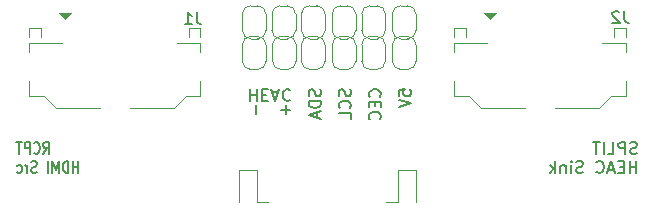
<source format=gbr>
%TF.GenerationSoftware,KiCad,Pcbnew,(6.0.5-0)*%
%TF.CreationDate,2022-10-30T13:02:09-07:00*%
%TF.ProjectId,hdmi-trident,68646d69-2d74-4726-9964-656e742e6b69,rev?*%
%TF.SameCoordinates,PX754d4c0PY6590fa0*%
%TF.FileFunction,Legend,Bot*%
%TF.FilePolarity,Positive*%
%FSLAX46Y46*%
G04 Gerber Fmt 4.6, Leading zero omitted, Abs format (unit mm)*
G04 Created by KiCad (PCBNEW (6.0.5-0)) date 2022-10-30 13:02:09*
%MOMM*%
%LPD*%
G01*
G04 APERTURE LIST*
%ADD10C,0.150000*%
%ADD11C,0.120000*%
%ADD12C,0.100000*%
G04 APERTURE END LIST*
D10*
X33052380Y9288215D02*
X33052380Y9764405D01*
X33528571Y9812024D01*
X33480952Y9764405D01*
X33433333Y9669167D01*
X33433333Y9431072D01*
X33480952Y9335834D01*
X33528571Y9288215D01*
X33623809Y9240596D01*
X33861904Y9240596D01*
X33957142Y9288215D01*
X34004761Y9335834D01*
X34052380Y9431072D01*
X34052380Y9669167D01*
X34004761Y9764405D01*
X33957142Y9812024D01*
X33052380Y8954881D02*
X34052380Y8621548D01*
X33052380Y8288215D01*
X28924761Y9812024D02*
X28972380Y9669167D01*
X28972380Y9431072D01*
X28924761Y9335834D01*
X28877142Y9288215D01*
X28781904Y9240596D01*
X28686666Y9240596D01*
X28591428Y9288215D01*
X28543809Y9335834D01*
X28496190Y9431072D01*
X28448571Y9621548D01*
X28400952Y9716786D01*
X28353333Y9764405D01*
X28258095Y9812024D01*
X28162857Y9812024D01*
X28067619Y9764405D01*
X28020000Y9716786D01*
X27972380Y9621548D01*
X27972380Y9383453D01*
X28020000Y9240596D01*
X28877142Y8240596D02*
X28924761Y8288215D01*
X28972380Y8431072D01*
X28972380Y8526310D01*
X28924761Y8669167D01*
X28829523Y8764405D01*
X28734285Y8812024D01*
X28543809Y8859643D01*
X28400952Y8859643D01*
X28210476Y8812024D01*
X28115238Y8764405D01*
X28020000Y8669167D01*
X27972380Y8526310D01*
X27972380Y8431072D01*
X28020000Y8288215D01*
X28067619Y8240596D01*
X28972380Y7335834D02*
X28972380Y7812024D01*
X27972380Y7812024D01*
X26384761Y9812024D02*
X26432380Y9669167D01*
X26432380Y9431072D01*
X26384761Y9335834D01*
X26337142Y9288215D01*
X26241904Y9240596D01*
X26146666Y9240596D01*
X26051428Y9288215D01*
X26003809Y9335834D01*
X25956190Y9431072D01*
X25908571Y9621548D01*
X25860952Y9716786D01*
X25813333Y9764405D01*
X25718095Y9812024D01*
X25622857Y9812024D01*
X25527619Y9764405D01*
X25480000Y9716786D01*
X25432380Y9621548D01*
X25432380Y9383453D01*
X25480000Y9240596D01*
X26432380Y8812024D02*
X25432380Y8812024D01*
X25432380Y8573929D01*
X25480000Y8431072D01*
X25575238Y8335834D01*
X25670476Y8288215D01*
X25860952Y8240596D01*
X26003809Y8240596D01*
X26194285Y8288215D01*
X26289523Y8335834D01*
X26384761Y8431072D01*
X26432380Y8573929D01*
X26432380Y8812024D01*
X26146666Y7859643D02*
X26146666Y7383453D01*
X26432380Y7954881D02*
X25432380Y7621548D01*
X26432380Y7288215D01*
X20445595Y9847381D02*
X20445595Y8847381D01*
X20445595Y9323572D02*
X21017023Y9323572D01*
X21017023Y9847381D02*
X21017023Y8847381D01*
X21493214Y9323572D02*
X21826547Y9323572D01*
X21969404Y9847381D02*
X21493214Y9847381D01*
X21493214Y8847381D01*
X21969404Y8847381D01*
X22350357Y9561667D02*
X22826547Y9561667D01*
X22255119Y9847381D02*
X22588452Y8847381D01*
X22921785Y9847381D01*
X23826547Y9752143D02*
X23778928Y9799762D01*
X23636071Y9847381D01*
X23540833Y9847381D01*
X23397976Y9799762D01*
X23302738Y9704524D01*
X23255119Y9609286D01*
X23207500Y9418810D01*
X23207500Y9275953D01*
X23255119Y9085477D01*
X23302738Y8990239D01*
X23397976Y8895000D01*
X23540833Y8847381D01*
X23636071Y8847381D01*
X23778928Y8895000D01*
X23826547Y8942620D01*
X20931428Y8464405D02*
X20931428Y7702500D01*
X23471428Y8464405D02*
X23471428Y7702500D01*
X23852380Y8083453D02*
X23090476Y8083453D01*
X31417142Y9192977D02*
X31464761Y9240596D01*
X31512380Y9383453D01*
X31512380Y9478691D01*
X31464761Y9621548D01*
X31369523Y9716786D01*
X31274285Y9764405D01*
X31083809Y9812024D01*
X30940952Y9812024D01*
X30750476Y9764405D01*
X30655238Y9716786D01*
X30560000Y9621548D01*
X30512380Y9478691D01*
X30512380Y9383453D01*
X30560000Y9240596D01*
X30607619Y9192977D01*
X30988571Y8764405D02*
X30988571Y8431072D01*
X31512380Y8288215D02*
X31512380Y8764405D01*
X30512380Y8764405D01*
X30512380Y8288215D01*
X31417142Y7288215D02*
X31464761Y7335834D01*
X31512380Y7478691D01*
X31512380Y7573929D01*
X31464761Y7716786D01*
X31369523Y7812024D01*
X31274285Y7859643D01*
X31083809Y7907262D01*
X30940952Y7907262D01*
X30750476Y7859643D01*
X30655238Y7812024D01*
X30560000Y7716786D01*
X30512380Y7573929D01*
X30512380Y7478691D01*
X30560000Y7335834D01*
X30607619Y7288215D01*
X53212023Y4400239D02*
X53069166Y4352620D01*
X52831071Y4352620D01*
X52735833Y4400239D01*
X52688214Y4447858D01*
X52640595Y4543096D01*
X52640595Y4638334D01*
X52688214Y4733572D01*
X52735833Y4781191D01*
X52831071Y4828810D01*
X53021547Y4876429D01*
X53116785Y4924048D01*
X53164404Y4971667D01*
X53212023Y5066905D01*
X53212023Y5162143D01*
X53164404Y5257381D01*
X53116785Y5305000D01*
X53021547Y5352620D01*
X52783452Y5352620D01*
X52640595Y5305000D01*
X52212023Y4352620D02*
X52212023Y5352620D01*
X51831071Y5352620D01*
X51735833Y5305000D01*
X51688214Y5257381D01*
X51640595Y5162143D01*
X51640595Y5019286D01*
X51688214Y4924048D01*
X51735833Y4876429D01*
X51831071Y4828810D01*
X52212023Y4828810D01*
X50735833Y4352620D02*
X51212023Y4352620D01*
X51212023Y5352620D01*
X50402500Y4352620D02*
X50402500Y5352620D01*
X50069166Y5352620D02*
X49497738Y5352620D01*
X49783452Y4352620D02*
X49783452Y5352620D01*
X53164404Y2742620D02*
X53164404Y3742620D01*
X53164404Y3266429D02*
X52592976Y3266429D01*
X52592976Y2742620D02*
X52592976Y3742620D01*
X52116785Y3266429D02*
X51783452Y3266429D01*
X51640595Y2742620D02*
X52116785Y2742620D01*
X52116785Y3742620D01*
X51640595Y3742620D01*
X51259642Y3028334D02*
X50783452Y3028334D01*
X51354880Y2742620D02*
X51021547Y3742620D01*
X50688214Y2742620D01*
X49783452Y2837858D02*
X49831071Y2790239D01*
X49973928Y2742620D01*
X50069166Y2742620D01*
X50212023Y2790239D01*
X50307261Y2885477D01*
X50354880Y2980715D01*
X50402500Y3171191D01*
X50402500Y3314048D01*
X50354880Y3504524D01*
X50307261Y3599762D01*
X50212023Y3695000D01*
X50069166Y3742620D01*
X49973928Y3742620D01*
X49831071Y3695000D01*
X49783452Y3647381D01*
X48640595Y2790239D02*
X48497738Y2742620D01*
X48259642Y2742620D01*
X48164404Y2790239D01*
X48116785Y2837858D01*
X48069166Y2933096D01*
X48069166Y3028334D01*
X48116785Y3123572D01*
X48164404Y3171191D01*
X48259642Y3218810D01*
X48450119Y3266429D01*
X48545357Y3314048D01*
X48592976Y3361667D01*
X48640595Y3456905D01*
X48640595Y3552143D01*
X48592976Y3647381D01*
X48545357Y3695000D01*
X48450119Y3742620D01*
X48212023Y3742620D01*
X48069166Y3695000D01*
X47640595Y2742620D02*
X47640595Y3409286D01*
X47640595Y3742620D02*
X47688214Y3695000D01*
X47640595Y3647381D01*
X47592976Y3695000D01*
X47640595Y3742620D01*
X47640595Y3647381D01*
X47164404Y3409286D02*
X47164404Y2742620D01*
X47164404Y3314048D02*
X47116785Y3361667D01*
X47021547Y3409286D01*
X46878690Y3409286D01*
X46783452Y3361667D01*
X46735833Y3266429D01*
X46735833Y2742620D01*
X46259642Y2742620D02*
X46259642Y3742620D01*
X46164404Y3123572D02*
X45878690Y2742620D01*
X45878690Y3409286D02*
X46259642Y3028334D01*
X2959404Y4352620D02*
X3226071Y4828810D01*
X3416547Y4352620D02*
X3416547Y5352620D01*
X3111785Y5352620D01*
X3035595Y5305000D01*
X2997500Y5257381D01*
X2959404Y5162143D01*
X2959404Y5019286D01*
X2997500Y4924048D01*
X3035595Y4876429D01*
X3111785Y4828810D01*
X3416547Y4828810D01*
X2159404Y4447858D02*
X2197500Y4400239D01*
X2311785Y4352620D01*
X2387976Y4352620D01*
X2502261Y4400239D01*
X2578452Y4495477D01*
X2616547Y4590715D01*
X2654642Y4781191D01*
X2654642Y4924048D01*
X2616547Y5114524D01*
X2578452Y5209762D01*
X2502261Y5305000D01*
X2387976Y5352620D01*
X2311785Y5352620D01*
X2197500Y5305000D01*
X2159404Y5257381D01*
X1816547Y4352620D02*
X1816547Y5352620D01*
X1511785Y5352620D01*
X1435595Y5305000D01*
X1397500Y5257381D01*
X1359404Y5162143D01*
X1359404Y5019286D01*
X1397500Y4924048D01*
X1435595Y4876429D01*
X1511785Y4828810D01*
X1816547Y4828810D01*
X1130833Y5352620D02*
X673690Y5352620D01*
X902261Y4352620D02*
X902261Y5352620D01*
X5892738Y2742620D02*
X5892738Y3742620D01*
X5892738Y3266429D02*
X5435595Y3266429D01*
X5435595Y2742620D02*
X5435595Y3742620D01*
X5054642Y2742620D02*
X5054642Y3742620D01*
X4864166Y3742620D01*
X4749880Y3695000D01*
X4673690Y3599762D01*
X4635595Y3504524D01*
X4597500Y3314048D01*
X4597500Y3171191D01*
X4635595Y2980715D01*
X4673690Y2885477D01*
X4749880Y2790239D01*
X4864166Y2742620D01*
X5054642Y2742620D01*
X4254642Y2742620D02*
X4254642Y3742620D01*
X3987976Y3028334D01*
X3721309Y3742620D01*
X3721309Y2742620D01*
X3340357Y2742620D02*
X3340357Y3742620D01*
X2387976Y2790239D02*
X2273690Y2742620D01*
X2083214Y2742620D01*
X2007023Y2790239D01*
X1968928Y2837858D01*
X1930833Y2933096D01*
X1930833Y3028334D01*
X1968928Y3123572D01*
X2007023Y3171191D01*
X2083214Y3218810D01*
X2235595Y3266429D01*
X2311785Y3314048D01*
X2349880Y3361667D01*
X2387976Y3456905D01*
X2387976Y3552143D01*
X2349880Y3647381D01*
X2311785Y3695000D01*
X2235595Y3742620D01*
X2045119Y3742620D01*
X1930833Y3695000D01*
X1587976Y2742620D02*
X1587976Y3409286D01*
X1587976Y3218810D02*
X1549880Y3314048D01*
X1511785Y3361667D01*
X1435595Y3409286D01*
X1359404Y3409286D01*
X749880Y2790239D02*
X826071Y2742620D01*
X978452Y2742620D01*
X1054642Y2790239D01*
X1092738Y2837858D01*
X1130833Y2933096D01*
X1130833Y3218810D01*
X1092738Y3314048D01*
X1054642Y3361667D01*
X978452Y3409286D01*
X826071Y3409286D01*
X749880Y3361667D01*
%TO.C,J1*%
X15933333Y16347620D02*
X15933333Y15633334D01*
X15980952Y15490477D01*
X16076190Y15395239D01*
X16219047Y15347620D01*
X16314285Y15347620D01*
X14933333Y15347620D02*
X15504761Y15347620D01*
X15219047Y15347620D02*
X15219047Y16347620D01*
X15314285Y16204762D01*
X15409523Y16109524D01*
X15504761Y16061905D01*
%TO.C,J2*%
X52133333Y16447620D02*
X52133333Y15733334D01*
X52180952Y15590477D01*
X52276190Y15495239D01*
X52419047Y15447620D01*
X52514285Y15447620D01*
X51704761Y16352381D02*
X51657142Y16400000D01*
X51561904Y16447620D01*
X51323809Y16447620D01*
X51228571Y16400000D01*
X51180952Y16352381D01*
X51133333Y16257143D01*
X51133333Y16161905D01*
X51180952Y16019048D01*
X51752380Y15447620D01*
X51133333Y15447620D01*
D11*
%TO.C,J5*%
X33000000Y3000000D02*
X34500000Y3000000D01*
X34500000Y3000000D02*
X34500000Y250000D01*
X33000000Y250000D02*
X33000000Y3000000D01*
X19500000Y3000000D02*
X21000000Y3000000D01*
X19500000Y250000D02*
X19500000Y3000000D01*
X21000000Y3000000D02*
X21000000Y250000D01*
X21000000Y250000D02*
X22000000Y250000D01*
X32000000Y250000D02*
X33000000Y250000D01*
%TO.C,J1*%
G36*
X4750000Y15750000D02*
G01*
X4250000Y16250000D01*
X5250000Y16250000D01*
X4750000Y15750000D01*
G37*
D12*
X4750000Y15750000D02*
X4250000Y16250000D01*
X5250000Y16250000D01*
X4750000Y15750000D01*
D11*
X4500000Y13750000D02*
X1750000Y13750000D01*
X4000000Y8250000D02*
X7750000Y8250000D01*
X10250000Y8250000D02*
X14000000Y8250000D01*
X1750000Y13750000D02*
X1750000Y13000000D01*
X3000000Y9250000D02*
X4000000Y8250000D01*
X16250000Y9250000D02*
X16250000Y10500000D01*
X1750000Y15000000D02*
X2750000Y15000000D01*
X1750000Y10500000D02*
X1750000Y9250000D01*
X16250000Y14250000D02*
X16250000Y15000000D01*
X2750000Y15000000D02*
X2750000Y14250000D01*
X15000000Y9250000D02*
X16250000Y9250000D01*
X1750000Y14250000D02*
X1750000Y15000000D01*
X1750000Y9250000D02*
X3000000Y9250000D01*
X16250000Y15000000D02*
X15250000Y15000000D01*
X15250000Y15000000D02*
X15250000Y14250000D01*
X14000000Y8250000D02*
X15000000Y9250000D01*
X16250000Y13000000D02*
X16250000Y13750000D01*
X16250000Y13750000D02*
X14250000Y13750000D01*
%TO.C,JP12*%
X19800000Y16200000D02*
X19800000Y14800000D01*
X21800000Y14800000D02*
X21800000Y16200000D01*
X20500000Y14100000D02*
X21100000Y14100000D01*
X21100000Y16900000D02*
X20500000Y16900000D01*
X21100000Y14100000D02*
G75*
G03*
X21800000Y14800000I1J699999D01*
G01*
X19800000Y14800000D02*
G75*
G03*
X20500000Y14100000I699999J-1D01*
G01*
X20500000Y16900000D02*
G75*
G03*
X19800000Y16200000I0J-700000D01*
G01*
X21800000Y16200000D02*
G75*
G03*
X21100000Y16900000I-700000J0D01*
G01*
%TO.C,JP11*%
X22300000Y16200000D02*
X22300000Y14800000D01*
X24300000Y14800000D02*
X24300000Y16200000D01*
X23000000Y14100000D02*
X23600000Y14100000D01*
X23600000Y16900000D02*
X23000000Y16900000D01*
X23600000Y14100000D02*
G75*
G03*
X24300000Y14800000I1J699999D01*
G01*
X22300000Y14800000D02*
G75*
G03*
X23000000Y14100000I699999J-1D01*
G01*
X23000000Y16900000D02*
G75*
G03*
X22300000Y16200000I0J-700000D01*
G01*
X24300000Y16200000D02*
G75*
G03*
X23600000Y16900000I-700000J0D01*
G01*
%TO.C,JP10*%
X28100000Y16900000D02*
G75*
G03*
X27400000Y16200000I0J-700000D01*
G01*
X27400000Y14800000D02*
G75*
G03*
X28100000Y14100000I699999J-1D01*
G01*
X28700000Y14100000D02*
G75*
G03*
X29400000Y14800000I1J699999D01*
G01*
X29400000Y16200000D02*
G75*
G03*
X28700000Y16900000I-700000J0D01*
G01*
X28100000Y14100000D02*
X28700000Y14100000D01*
X28700000Y16900000D02*
X28100000Y16900000D01*
X27400000Y16200000D02*
X27400000Y14800000D01*
X29400000Y14800000D02*
X29400000Y16200000D01*
%TO.C,JP9*%
X25500000Y16900000D02*
G75*
G03*
X24800000Y16200000I0J-700000D01*
G01*
X24800000Y14800000D02*
G75*
G03*
X25500000Y14100000I699999J-1D01*
G01*
X26100000Y14100000D02*
G75*
G03*
X26800000Y14800000I1J699999D01*
G01*
X26800000Y16200000D02*
G75*
G03*
X26100000Y16900000I-700000J0D01*
G01*
X25500000Y14100000D02*
X26100000Y14100000D01*
X26100000Y16900000D02*
X25500000Y16900000D01*
X24800000Y16200000D02*
X24800000Y14800000D01*
X26800000Y14800000D02*
X26800000Y16200000D01*
%TO.C,JP8*%
X29900000Y16200000D02*
X29900000Y14800000D01*
X31900000Y14800000D02*
X31900000Y16200000D01*
X30600000Y14100000D02*
X31200000Y14100000D01*
X31200000Y16900000D02*
X30600000Y16900000D01*
X31200000Y14100000D02*
G75*
G03*
X31900000Y14800000I1J699999D01*
G01*
X29900000Y14800000D02*
G75*
G03*
X30600000Y14100000I699999J-1D01*
G01*
X30600000Y16900000D02*
G75*
G03*
X29900000Y16200000I0J-700000D01*
G01*
X31900000Y16200000D02*
G75*
G03*
X31200000Y16900000I-700000J0D01*
G01*
%TO.C,JP7*%
X34500000Y16200000D02*
G75*
G03*
X33800000Y16900000I-700000J0D01*
G01*
X33200000Y16900000D02*
G75*
G03*
X32500000Y16200000I0J-700000D01*
G01*
X32500000Y14800000D02*
G75*
G03*
X33200000Y14100000I699999J-1D01*
G01*
X33800000Y14100000D02*
G75*
G03*
X34500000Y14800000I1J699999D01*
G01*
X33800000Y16900000D02*
X33200000Y16900000D01*
X33200000Y14100000D02*
X33800000Y14100000D01*
X34500000Y14800000D02*
X34500000Y16200000D01*
X32500000Y16200000D02*
X32500000Y14800000D01*
%TO.C,JP6*%
X19800000Y13600000D02*
X19800000Y12200000D01*
X21800000Y12200000D02*
X21800000Y13600000D01*
X20500000Y11500000D02*
X21100000Y11500000D01*
X21100000Y14300000D02*
X20500000Y14300000D01*
X19800000Y12200000D02*
G75*
G03*
X20500000Y11500000I700000J0D01*
G01*
X20500000Y14300000D02*
G75*
G03*
X19800000Y13600000I-1J-699999D01*
G01*
X21800000Y13600000D02*
G75*
G03*
X21100000Y14300000I-699999J1D01*
G01*
X21100000Y11500000D02*
G75*
G03*
X21800000Y12200000I0J700000D01*
G01*
%TO.C,JP5*%
X22350000Y13600000D02*
X22350000Y12200000D01*
X24350000Y12200000D02*
X24350000Y13600000D01*
X23050000Y11500000D02*
X23650000Y11500000D01*
X23650000Y14300000D02*
X23050000Y14300000D01*
X22350000Y12200000D02*
G75*
G03*
X23050000Y11500000I700000J0D01*
G01*
X23050000Y14300000D02*
G75*
G03*
X22350000Y13600000I-1J-699999D01*
G01*
X24350000Y13600000D02*
G75*
G03*
X23650000Y14300000I-699999J1D01*
G01*
X23650000Y11500000D02*
G75*
G03*
X24350000Y12200000I0J700000D01*
G01*
%TO.C,JP4*%
X26800000Y12200000D02*
X26800000Y13600000D01*
X24800000Y13600000D02*
X24800000Y12200000D01*
X26100000Y14300000D02*
X25500000Y14300000D01*
X25500000Y11500000D02*
X26100000Y11500000D01*
X25500000Y14300000D02*
G75*
G03*
X24800000Y13600000I-1J-699999D01*
G01*
X26800000Y13600000D02*
G75*
G03*
X26100000Y14300000I-699999J1D01*
G01*
X26100000Y11500000D02*
G75*
G03*
X26800000Y12200000I0J700000D01*
G01*
X24800000Y12200000D02*
G75*
G03*
X25500000Y11500000I700000J0D01*
G01*
%TO.C,JP3*%
X29400000Y12200000D02*
X29400000Y13600000D01*
X27400000Y13600000D02*
X27400000Y12200000D01*
X28700000Y14300000D02*
X28100000Y14300000D01*
X28100000Y11500000D02*
X28700000Y11500000D01*
X28100000Y14300000D02*
G75*
G03*
X27400000Y13600000I-1J-699999D01*
G01*
X29400000Y13600000D02*
G75*
G03*
X28700000Y14300000I-699999J1D01*
G01*
X28700000Y11500000D02*
G75*
G03*
X29400000Y12200000I0J700000D01*
G01*
X27400000Y12200000D02*
G75*
G03*
X28100000Y11500000I700000J0D01*
G01*
%TO.C,JP2*%
X29900000Y13600000D02*
X29900000Y12200000D01*
X31900000Y12200000D02*
X31900000Y13600000D01*
X30600000Y11500000D02*
X31200000Y11500000D01*
X31200000Y14300000D02*
X30600000Y14300000D01*
X29900000Y12200000D02*
G75*
G03*
X30600000Y11500000I700000J0D01*
G01*
X30600000Y14300000D02*
G75*
G03*
X29900000Y13600000I-1J-699999D01*
G01*
X31900000Y13600000D02*
G75*
G03*
X31200000Y14300000I-699999J1D01*
G01*
X31200000Y11500000D02*
G75*
G03*
X31900000Y12200000I0J700000D01*
G01*
%TO.C,JP1*%
X32500000Y13600000D02*
X32500000Y12200000D01*
X34500000Y12200000D02*
X34500000Y13600000D01*
X33200000Y11500000D02*
X33800000Y11500000D01*
X33800000Y14300000D02*
X33200000Y14300000D01*
X33800000Y11500000D02*
G75*
G03*
X34500000Y12200000I1J699999D01*
G01*
X32500000Y12200000D02*
G75*
G03*
X33200000Y11500000I699999J-1D01*
G01*
X33200000Y14300000D02*
G75*
G03*
X32500000Y13600000I0J-700000D01*
G01*
X34500000Y13600000D02*
G75*
G03*
X33800000Y14300000I-700000J0D01*
G01*
%TO.C,J2*%
G36*
X40750000Y15750000D02*
G01*
X40250000Y16250000D01*
X41250000Y16250000D01*
X40750000Y15750000D01*
G37*
D12*
X40750000Y15750000D02*
X40250000Y16250000D01*
X41250000Y16250000D01*
X40750000Y15750000D01*
D11*
X40500000Y13750000D02*
X37750000Y13750000D01*
X40000000Y8250000D02*
X43750000Y8250000D01*
X46250000Y8250000D02*
X50000000Y8250000D01*
X37750000Y13750000D02*
X37750000Y13000000D01*
X39000000Y9250000D02*
X40000000Y8250000D01*
X52250000Y9250000D02*
X52250000Y10500000D01*
X37750000Y15000000D02*
X38750000Y15000000D01*
X37750000Y10500000D02*
X37750000Y9250000D01*
X52250000Y14250000D02*
X52250000Y15000000D01*
X38750000Y15000000D02*
X38750000Y14250000D01*
X51000000Y9250000D02*
X52250000Y9250000D01*
X37750000Y14250000D02*
X37750000Y15000000D01*
X37750000Y9250000D02*
X39000000Y9250000D01*
X52250000Y15000000D02*
X51250000Y15000000D01*
X51250000Y15000000D02*
X51250000Y14250000D01*
X50000000Y8250000D02*
X51000000Y9250000D01*
X52250000Y13000000D02*
X52250000Y13750000D01*
X52250000Y13750000D02*
X50250000Y13750000D01*
%TD*%
M02*

</source>
